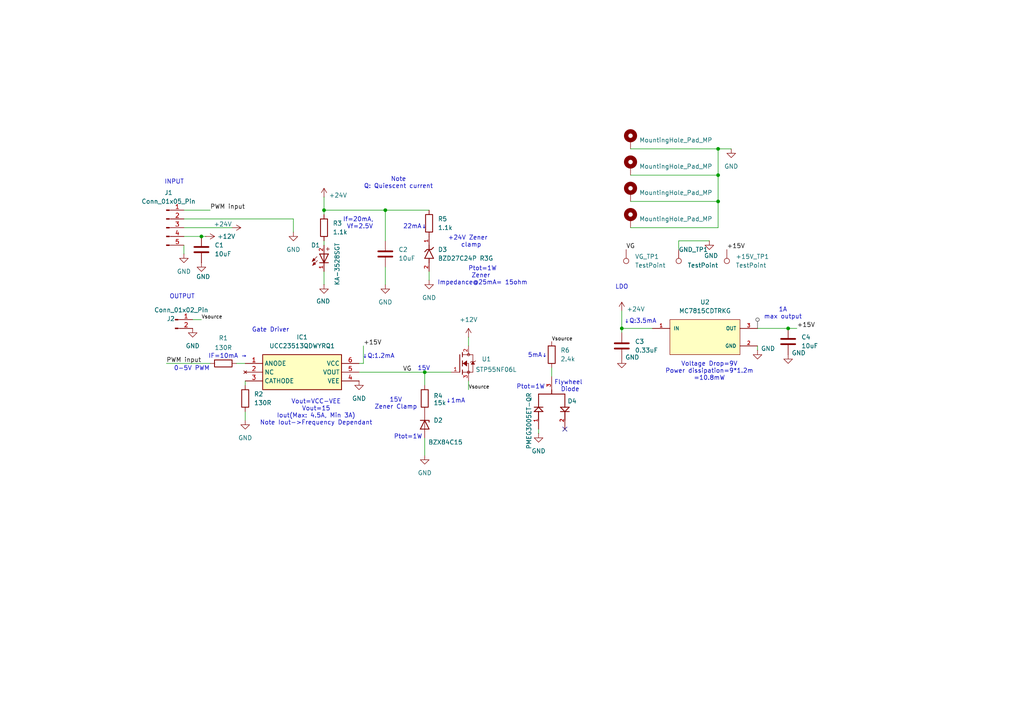
<source format=kicad_sch>
(kicad_sch (version 20231120) (generator "eeschema") (generator_version "8.0")
  (paper "A4")
  (lib_symbols
    (symbol "BAS70-7:BAS70-7" (pin_names (offset 1.016))
      (property "Reference" "D" (at -8.9045 -10.1766 0))
      (property "Value" "BAS70-7" (at -8.9113 -12.7305 0))
      (symbol "BAS70-7_0_0"
        (polyline (pts (xy -5.08 1.27) (xy -3.81 1.27)) (stroke (width 0.254)))
        (polyline (pts (xy -3.81 1.27) (xy -3.81 -1.27)) (stroke (width 0.254)))
        (polyline (pts (xy -3.81 1.27) (xy -2.54 1.27)) (stroke (width 0.254)))
        (polyline (pts (xy -3.81 2.54) (xy -5.08 1.27)) (stroke (width 0.254)))
        (polyline (pts (xy -3.81 2.54) (xy -5.08 2.54)) (stroke (width 0.254)))
        (polyline (pts (xy -3.81 2.54) (xy -3.81 6.35)) (stroke (width 0.254)))
        (polyline (pts (xy -3.81 6.35) (xy 0 6.35)) (stroke (width 0.254)))
        (polyline (pts (xy -2.54 1.27) (xy -3.81 2.54)) (stroke (width 0.254)))
        (polyline (pts (xy -2.54 2.54) (xy -3.81 2.54)) (stroke (width 0.254)))
        (polyline (pts (xy 0 6.35) (xy 0 7.62)) (stroke (width 0.254)))
        (polyline (pts (xy 0 6.35) (xy 3.81 6.35)) (stroke (width 0.254)))
        (polyline (pts (xy 2.54 1.27) (xy 3.81 1.27)) (stroke (width 0.254)))
        (polyline (pts (xy 3.81 1.27) (xy 2.54 2.54)) (stroke (width 0.254)))
        (polyline (pts (xy 3.81 1.27) (xy 3.81 -1.27)) (stroke (width 0.254)))
        (polyline (pts (xy 3.81 1.27) (xy 5.08 1.27)) (stroke (width 0.254)))
        (polyline (pts (xy 3.81 2.54) (xy 2.54 2.54)) (stroke (width 0.254)))
        (polyline (pts (xy 3.81 2.54) (xy 5.08 2.54)) (stroke (width 0.254)))
        (polyline (pts (xy 3.81 6.35) (xy 3.81 2.54)) (stroke (width 0.254)))
        (polyline (pts (xy 5.08 2.54) (xy 3.81 1.27)) (stroke (width 0.254)))
        (pin passive line (at -3.81 -3.81 90) (length 5.08) (name "~") (number "1"))
        (pin passive line (at 3.81 -3.81 90) (length 5.08) (name "~") (number "2"))
        (pin passive line (at 0 11.43 270) (length 5.08) (name "~") (number "3"))
      )
    )
    (symbol "BZD27C10P:BZD27C10P" (pin_names (offset 1.016))
      (property "Reference" "D" (at -5.08 2.54 0))
      (property "Value" "BZD27C10P" (at -5.08 -3.81 0))
      (symbol "BZD27C10P_0_0"
        (polyline (pts (xy -2.54 0) (xy -1.27 0)) (stroke (width 0.254)))
        (polyline (pts (xy -1.27 -1.27) (xy 1.27 0)) (stroke (width 0.254)))
        (polyline (pts (xy -1.27 0) (xy -1.27 -1.27)) (stroke (width 0.254)))
        (polyline (pts (xy -1.27 1.27) (xy -1.27 0)) (stroke (width 0.254)))
        (polyline (pts (xy 0.635 1.27) (xy 1.27 0.635)) (stroke (width 0.254)))
        (polyline (pts (xy 1.27 -0.635) (xy 1.905 -1.27)) (stroke (width 0.254)))
        (polyline (pts (xy 1.27 0) (xy -1.27 1.27)) (stroke (width 0.254)))
        (polyline (pts (xy 1.27 0) (xy 1.27 -0.635)) (stroke (width 0.254)))
        (polyline (pts (xy 1.27 0.635) (xy 1.27 0)) (stroke (width 0.254)))
        (polyline (pts (xy 2.54 0) (xy 1.27 0)) (stroke (width 0.254)))
        (pin passive line (at 5.08 0 180) (length 2.54) (name "~") (number "1"))
        (pin passive line (at -5.08 0 0) (length 2.54) (name "~") (number "2"))
      )
    )
    (symbol "Connector:Conn_01x02_Pin" (pin_names (offset 1.016) hide)
      (property "Reference" "J" (at 0 2.54 0))
      (property "Value" "Conn_01x02_Pin" (at 0 -5.08 0))
      (symbol "Conn_01x02_Pin_1_1"
        (polyline (pts (xy 1.27 -2.54) (xy 0.8636 -2.54)) (stroke (width 0.1524)))
        (polyline (pts (xy 1.27 0) (xy 0.8636 0)) (stroke (width 0.1524)))
        (rectangle (start 0.8636 -2.413) (end 0 -2.667) (stroke (width 0.1524)) (fill (type outline)))
        (rectangle (start 0.8636 0.127) (end 0 -0.127) (stroke (width 0.1524)) (fill (type outline)))
        (pin passive line (at 5.08 0 180) (length 3.81) (name "Pin_1") (number "1"))
        (pin passive line (at 5.08 -2.54 180) (length 3.81) (name "Pin_2") (number "2"))
      )
    )
    (symbol "Connector:Conn_01x05_Pin" (pin_names (offset 1.016) hide)
      (property "Reference" "J" (at 0 7.62 0))
      (property "Value" "Conn_01x05_Pin" (at 0 -7.62 0))
      (symbol "Conn_01x05_Pin_1_1"
        (polyline (pts (xy 1.27 -5.08) (xy 0.8636 -5.08)) (stroke (width 0.1524)))
        (polyline (pts (xy 1.27 -2.54) (xy 0.8636 -2.54)) (stroke (width 0.1524)))
        (polyline (pts (xy 1.27 0) (xy 0.8636 0)) (stroke (width 0.1524)))
        (polyline (pts (xy 1.27 2.54) (xy 0.8636 2.54)) (stroke (width 0.1524)))
        (polyline (pts (xy 1.27 5.08) (xy 0.8636 5.08)) (stroke (width 0.1524)))
        (rectangle (start 0.8636 -4.953) (end 0 -5.207) (stroke (width 0.1524)) (fill (type outline)))
        (rectangle (start 0.8636 -2.413) (end 0 -2.667) (stroke (width 0.1524)) (fill (type outline)))
        (rectangle (start 0.8636 0.127) (end 0 -0.127) (stroke (width 0.1524)) (fill (type outline)))
        (rectangle (start 0.8636 2.667) (end 0 2.413) (stroke (width 0.1524)) (fill (type outline)))
        (rectangle (start 0.8636 5.207) (end 0 4.953) (stroke (width 0.1524)) (fill (type outline)))
        (pin passive line (at 5.08 5.08 180) (length 3.81) (name "Pin_1") (number "1"))
        (pin passive line (at 5.08 2.54 180) (length 3.81) (name "Pin_2") (number "2"))
        (pin passive line (at 5.08 0 180) (length 3.81) (name "Pin_3") (number "3"))
        (pin passive line (at 5.08 -2.54 180) (length 3.81) (name "Pin_4") (number "4"))
        (pin passive line (at 5.08 -5.08 180) (length 3.81) (name "Pin_5") (number "5"))
      )
    )
    (symbol "Connector:TestPoint" (pin_numbers hide) (pin_names (offset 0.762) hide)
      (property "Reference" "TP" (at 0 6.858 0))
      (property "Value" "TestPoint" (at 0 5.08 0))
      (symbol "TestPoint_0_1"
        (circle (center 0 3.302) (radius 0.762))
      )
      (symbol "TestPoint_1_1"
        (pin passive line (at 0 0 90) (length 2.54) (name "1") (number "1"))
      )
    )
    (symbol "Device:C" (pin_numbers hide) (pin_names (offset 0.254))
      (property "Reference" "C" (at 0.635 2.54 0))
      (property "Value" "C" (at 0.635 -2.54 0))
      (symbol "C_0_1"
        (polyline (pts (xy -2.032 -0.762) (xy 2.032 -0.762)) (stroke (width 0.508)))
        (polyline (pts (xy -2.032 0.762) (xy 2.032 0.762)) (stroke (width 0.508)))
      )
      (symbol "C_1_1"
        (pin passive line (at 0 3.81 270) (length 2.794) (name "~") (number "1"))
        (pin passive line (at 0 -3.81 90) (length 2.794) (name "~") (number "2"))
      )
    )
    (symbol "Device:R" (pin_numbers hide) (pin_names (offset 0))
      (property "Reference" "R" (at 2.032 0 90))
      (property "Value" "R" (at 0 0 90))
      (symbol "R_0_1"
        (rectangle (start -1.016 -2.54) (end 1.016 2.54) (stroke (width 0.254)))
      )
      (symbol "R_1_1"
        (pin passive line (at 0 3.81 270) (length 1.27) (name "~") (number "1"))
        (pin passive line (at 0 -3.81 90) (length 1.27) (name "~") (number "2"))
      )
    )
    (symbol "Diode:BZX84Cxx" (pin_numbers hide) (pin_names hide)
      (property "Reference" "D" (at 0 3.81 0))
      (property "Value" "BZX84Cxx" (at 0 -3.81 0))
      (symbol "BZX84Cxx_0_1"
        (polyline (pts (xy 1.27 0) (xy -1.27 0)))
        (polyline (pts (xy -1.27 -1.27) (xy -1.27 1.27) (xy -0.762 1.27)) (stroke (width 0.254)))
        (polyline (pts (xy 1.27 -1.27) (xy 1.27 1.27) (xy -1.27 0) (xy 1.27 -1.27)) (stroke (width 0.254)))
      )
      (symbol "BZX84Cxx_1_1"
        (pin passive line (at 3.81 0 180) (length 2.54) (name "A") (number "1"))
        (pin no_connect line (at 1.27 0 180) (length 2.54) hide (name "NC") (number "2"))
        (pin passive line (at -3.81 0 0) (length 2.54) (name "K") (number "3"))
      )
    )
    (symbol "MC7805BDTRKG:MC7805BDTRKG" (pin_names (offset 1.016))
      (property "Reference" "U" (at -10.16 5.588 0))
      (property "Value" "MC7805BDTRKG" (at -10.16 -7.62 0))
      (symbol "MC7805BDTRKG_0_0"
        (rectangle (start -10.16 -5.08) (end 10.16 5.08) (stroke (width 0.1524)) (fill (type background)))
        (pin input line (at -15.24 2.54 0) (length 5.08) (name "IN") (number "1"))
        (pin power_in line (at 15.24 -2.54 180) (length 5.08) (name "GND") (number "2"))
        (pin output line (at 15.24 2.54 180) (length 5.08) (name "OUT") (number "3"))
      )
    )
    (symbol "Mechanical:MountingHole_Pad_MP" (pin_numbers hide) (pin_names (offset 1.016) hide) (exclude_from_sim yes) (in_bom no)
      (property "Reference" "H" (at 0 6.35 0))
      (property "Value" "MountingHole_Pad_MP" (at 0 4.445 0))
      (symbol "MountingHole_Pad_MP_0_1"
        (circle (center 0 1.27) (radius 1.27) (stroke (width 1.27)))
      )
      (symbol "MountingHole_Pad_MP_1_1"
        (pin input line (at 0 -2.54 90) (length 2.54) (name "MP") (number "MP"))
      )
    )
    (symbol "STP55NF06L:STP55NF06L" (pin_names (offset 1.016))
      (property "Reference" "U" (at -10.16 8.62 0))
      (property "Value" "STP55NF06L" (at -10.16 -11.62 0))
      (symbol "STP55NF06L_0_0"
        (circle (center 0 -2.54) (radius 0.3592))
        (polyline (pts (xy -2.54 2.54) (xy -2.54 -2.54)) (stroke (width 0.254)))
        (polyline (pts (xy -1.778 -2.54) (xy -1.778 -3.175)) (stroke (width 0.254)))
        (polyline (pts (xy -1.778 -1.905) (xy -1.778 -2.54)) (stroke (width 0.254)))
        (polyline (pts (xy -1.778 0) (xy -1.778 -0.762)) (stroke (width 0.254)))
        (polyline (pts (xy -1.778 0) (xy 0 0)) (stroke (width 0.1524)))
        (polyline (pts (xy -1.778 0.762) (xy -1.778 0)) (stroke (width 0.254)))
        (polyline (pts (xy -1.778 2.54) (xy -1.778 1.905)) (stroke (width 0.254)))
        (polyline (pts (xy -1.778 2.54) (xy 1.27 2.54)) (stroke (width 0.1524)))
        (polyline (pts (xy -1.778 3.175) (xy -1.778 2.54)) (stroke (width 0.254)))
        (polyline (pts (xy 0 -2.54) (xy -1.778 -2.54)) (stroke (width 0.1524)))
        (polyline (pts (xy 0 -2.54) (xy 1.27 -2.54)) (stroke (width 0.1524)))
        (polyline (pts (xy 0 0) (xy 0 -2.54)) (stroke (width 0.1524)))
        (polyline (pts (xy 0.762 0.508) (xy 0.508 0.254)) (stroke (width 0.1524)))
        (polyline (pts (xy 1.27 0.508) (xy 0.762 0.508)) (stroke (width 0.1524)))
        (polyline (pts (xy 1.27 0.508) (xy 1.27 -2.54)) (stroke (width 0.1524)))
        (polyline (pts (xy 1.27 2.54) (xy 1.27 0.508)) (stroke (width 0.1524)))
        (polyline (pts (xy 1.778 0.508) (xy 1.27 0.508)) (stroke (width 0.1524)))
        (polyline (pts (xy 2.032 0.762) (xy 1.778 0.508)) (stroke (width 0.1524)))
        (polyline (pts (xy -1.524 0) (xy -0.508 0.762) (xy -0.508 -0.762) (xy -1.524 0)) (stroke (width 0.1524)) (fill (type outline)))
        (polyline (pts (xy 1.27 0.508) (xy 0.762 -0.254) (xy 1.778 -0.254) (xy 1.27 0.508)) (stroke (width 0.1524)) (fill (type outline)))
        (circle (center 0 2.54) (radius 0.3592))
        (pin passive line (at -5.08 -2.54 0) (length 2.54) (name "~") (number "1"))
        (pin passive line (at 0 5.08 270) (length 2.54) (name "~") (number "2"))
        (pin passive line (at 0 -5.08 90) (length 2.54) (name "~") (number "3"))
      )
    )
    (symbol "UCC23513QDWYRQ1:UCC23513QDWYRQ1"
      (property "Reference" "IC" (at 29.21 7.62 0))
      (property "Value" "UCC23513QDWYRQ1" (at 29.21 5.08 0))
      (symbol "UCC23513QDWYRQ1_1_1"
        (rectangle (start 5.08 2.54) (end 27.94 -7.62) (stroke (width 0.254)) (fill (type background)))
        (pin passive line (at 0 0 0) (length 5.08) (name "ANODE") (number "1"))
        (pin no_connect line (at 0 -2.54 0) (length 5.08) (name "NC") (number "2"))
        (pin passive line (at 0 -5.08 0) (length 5.08) (name "CATHODE") (number "3"))
        (pin passive line (at 33.02 -5.08 180) (length 5.08) (name "VEE") (number "4"))
        (pin passive line (at 33.02 -2.54 180) (length 5.08) (name "VOUT") (number "5"))
        (pin passive line (at 33.02 0 180) (length 5.08) (name "VCC") (number "6"))
      )
    )
    (symbol "WL-SMTW_3528:WL-SMTW_3528" (pin_names (offset 1.016))
      (property "Reference" "D" (at 0.752 4.172 0))
      (property "Value" "WL-SMTW_3528" (at 0.872 -3.828 0))
      (symbol "WL-SMTW_3528_0_0"
        (polyline (pts (xy 0 -1.27) (xy 0 0)) (stroke (width 0.254)))
        (polyline (pts (xy 0 0) (xy 0 1.27)) (stroke (width 0.254)))
        (polyline (pts (xy 0 0) (xy 2.54 0)) (stroke (width 0.254)))
        (polyline (pts (xy 0 0) (xy 2.54 1.27)) (stroke (width 0.254)))
        (polyline (pts (xy 0.635 1.905) (xy -0.762 3.302)) (stroke (width 0.1524)))
        (polyline (pts (xy 1.778 2.032) (xy 0.381 3.429)) (stroke (width 0.1524)))
        (polyline (pts (xy 2.54 -1.27) (xy 0 0)) (stroke (width 0.254)))
        (polyline (pts (xy 2.54 -1.27) (xy 2.54 0)) (stroke (width 0.254)))
        (polyline (pts (xy 2.54 0) (xy 2.54 1.27)) (stroke (width 0.254)))
        (polyline (pts (xy -0.762 3.302) (xy 0.127 2.921) (xy -0.381 2.413) (xy -0.762 3.302)) (stroke (width 0.1524)) (fill (type outline)))
        (polyline (pts (xy 0.381 3.429) (xy 1.27 3.048) (xy 0.762 2.54) (xy 0.381 3.429)) (stroke (width 0.1524)) (fill (type outline)))
        (text "+" (at 3.08 -1.74 0) (effects (font (size 1.27 1.27)) (justify left bottom)))
        (pin passive line (at -2.54 0 0) (length 2.54) (name "~") (number "1"))
        (pin passive line (at 5.08 0 180) (length 2.54) (name "~") (number "2"))
      )
    )
    (symbol "power:+24V" (power) (pin_numbers hide) (pin_names (offset 0) hide)
      (property "Value" "+24V" (at 0 3.556 0))
      (symbol "+24V_0_1"
        (polyline (pts (xy -0.762 1.27) (xy 0 2.54)))
        (polyline (pts (xy 0 0) (xy 0 2.54)))
        (polyline (pts (xy 0 2.54) (xy 0.762 1.27)))
      )
      (symbol "+24V_1_1"
        (pin power_in line (at 0 0 90) (length 0) (name "~") (number "1"))
      )
    )
    (symbol "power:GND" (power) (pin_numbers hide) (pin_names (offset 0) hide)
      (property "Value" "GND" (at 0 -3.81 0))
      (symbol "GND_0_1"
        (polyline (pts (xy 0 0) (xy 0 -1.27) (xy 1.27 -1.27) (xy 0 -2.54) (xy -1.27 -1.27) (xy 0 -1.27)))
      )
      (symbol "GND_1_1"
        (pin power_in line (at 0 0 270) (length 0) (name "~") (number "1"))
      )
    )
  )
  (junction (at 228.6 95.25))
  (junction (at 208.28 58.42))
  (junction (at 111.76 60.96))
  (junction (at 208.28 43.18))
  (junction (at 180.34 95.25))
  (junction (at 123.19 107.95))
  (junction (at 208.28 50.8))
  (junction (at 58.42 68.58))
  (junction (at 93.98 60.96))
  (no_connect (at 163.83 124.46))
  (wire (pts (xy 196.85 69.85) (xy 196.85 72.39)))
  (wire (pts (xy 182.88 58.42) (xy 208.28 58.42)))
  (wire (pts (xy 58.42 68.58) (xy 53.34 68.58)))
  (wire (pts (xy 93.98 57.15) (xy 93.98 60.96)))
  (wire (pts (xy 93.98 60.96) (xy 111.76 60.96)))
  (wire (pts (xy 123.19 107.95) (xy 123.19 111.76)))
  (wire (pts (xy 180.34 95.25) (xy 189.23 95.25)))
  (wire (pts (xy 105.41 100.33) (xy 105.41 105.41)))
  (wire (pts (xy 60.96 60.96) (xy 53.34 60.96)))
  (wire (pts (xy 228.6 95.25) (xy 231.14 95.25)))
  (wire (pts (xy 93.98 78.74) (xy 93.98 82.55)))
  (wire (pts (xy 48.26 105.41) (xy 60.96 105.41)))
  (wire (pts (xy 93.98 71.12) (xy 93.98 69.85)))
  (wire (pts (xy 85.09 63.5) (xy 53.34 63.5)))
  (wire (pts (xy 208.28 50.8) (xy 208.28 43.18)))
  (wire (pts (xy 58.42 92.71) (xy 55.88 92.71)))
  (wire (pts (xy 71.12 111.76) (xy 71.12 110.49)))
  (wire (pts (xy 182.88 66.04) (xy 208.28 66.04)))
  (wire (pts (xy 205.74 69.85) (xy 196.85 69.85)))
  (wire (pts (xy 135.89 113.03) (xy 135.89 110.49)))
  (wire (pts (xy 160.02 106.68) (xy 160.02 109.22)))
  (wire (pts (xy 123.19 107.95) (xy 130.81 107.95)))
  (wire (pts (xy 111.76 60.96) (xy 124.46 60.96)))
  (wire (pts (xy 219.71 101.6) (xy 219.71 100.33)))
  (wire (pts (xy 208.28 43.18) (xy 212.09 43.18)))
  (wire (pts (xy 104.14 107.95) (xy 123.19 107.95)))
  (wire (pts (xy 105.41 105.41) (xy 104.14 105.41)))
  (wire (pts (xy 68.58 105.41) (xy 71.12 105.41)))
  (wire (pts (xy 135.89 97.79) (xy 135.89 100.33)))
  (wire (pts (xy 85.09 67.31) (xy 85.09 63.5)))
  (wire (pts (xy 208.28 58.42) (xy 208.28 50.8)))
  (wire (pts (xy 71.12 119.38) (xy 71.12 121.92)))
  (wire (pts (xy 123.19 127) (xy 123.19 132.08)))
  (wire (pts (xy 208.28 66.04) (xy 208.28 58.42)))
  (wire (pts (xy 111.76 60.96) (xy 111.76 69.85)))
  (wire (pts (xy 59.69 68.58) (xy 58.42 68.58)))
  (wire (pts (xy 180.34 96.52) (xy 180.34 95.25)))
  (wire (pts (xy 156.21 125.73) (xy 156.21 124.46)))
  (wire (pts (xy 180.34 90.17) (xy 180.34 95.25)))
  (wire (pts (xy 182.88 43.18) (xy 208.28 43.18)))
  (wire (pts (xy 93.98 62.23) (xy 93.98 60.96)))
  (wire (pts (xy 111.76 77.47) (xy 111.76 82.55)))
  (wire (pts (xy 219.71 95.25) (xy 228.6 95.25)))
  (wire (pts (xy 53.34 73.66) (xy 53.34 71.12)))
  (wire (pts (xy 53.34 66.04) (xy 67.31 66.04)))
  (wire (pts (xy 124.46 78.74) (xy 124.46 81.28)))
  (wire (pts (xy 182.88 50.8) (xy 208.28 50.8)))
  (text "15V\n\n" (at 122.936 107.95 0) (effects (font (size 1.27 1.27))))
  (text "+24V Zener  \nclamp" (at 136.652 70.104 0) (effects (font (size 1.27 1.27))))
  (text "Ptot=1W" (at 153.924 112.268 0) (effects (font (size 1.27 1.27))))
  (text "↓1mA" (at 132.08 116.332 0) (effects (font (size 1.27 1.27))))
  (text "Ptot=1W\nZener \nImpedance@25mA= 15ohm" (at 139.954 80.01 0) (effects (font (size 1.27 1.27))))
  (text "↓Q:3.5mA" (at 185.674 93.218 0) (effects (font (size 1.27 1.27))))
  (text "IF=10mA →" (at 66.04 103.378 0) (effects (font (size 1.27 1.27))))
  (text "Vout=VCC-VEE\nVout=15\nIout(Max: 4.5A, Min 3A)\nNote Iout->Frequency Dependant" (at 91.694 119.634 0) (effects (font (size 1.27 1.27))))
  (text "Gate Driver" (at 78.486 95.758 0) (effects (font (size 1.27 1.27))))
  (text "OUTPUT" (at 52.832 86.106 0) (effects (font (size 1.27 1.27))))
  (text "Voltage Drop=9V\nPower dissipation=9*1.2m\n=10.8mW" (at 205.74 107.696 0) (effects (font (size 1.27 1.27))))
  (text "0-5V PWM" (at 55.626 106.934 0) (effects (font (size 1.27 1.27))))
  (text "1A\nmax output" (at 227.076 90.932 0) (effects (font (size 1.27 1.27))))
  (text "LDO" (at 180.34 83.312 0) (effects (font (size 1.27 1.27))))
  (text "If=20mA, \nVf=2.5V" (at 104.394 64.77 0) (effects (font (size 1.27 1.27))))
  (text "Note\nQ: Quiescent current" (at 115.57 53.086 0) (effects (font (size 1.27 1.27))))
  (text "15V\nZener Clamp\n" (at 114.808 117.094 0) (effects (font (size 1.27 1.27))))
  (text "↓Q:1.2mA" (at 109.728 103.378 0) (effects (font (size 1.27 1.27))))
  (text "INPUT" (at 50.546 52.832 0) (effects (font (size 1.27 1.27))))
  (text "22mA↓" (at 120.396 65.786 0) (effects (font (size 1.27 1.27))))
  (text "Ptot=1W" (at 118.364 126.746 0) (effects (font (size 1.27 1.27))))
  (text "Flywheel \nDiode" (at 165.354 112.014 0) (effects (font (size 1.27 1.27))))
  (text "5mA↓" (at 155.956 103.124 0) (effects (font (size 1.27 1.27))))
  (label "VG" (at 116.84 107.95 0))
  (label "PWM input" (at 48.26 105.41 0))
  (label "Vsource" (at 135.89 113.03 0) (effects (font (size 1.016 1.016))))
  (label "+15V" (at 210.82 72.39 0))
  (label "PWM input" (at 60.96 60.96 0))
  (label "+15V" (at 231.14 95.25 0))
  (label "Vsource" (at 160.02 99.06 0) (effects (font (size 1.016 1.016))))
  (label "VG" (at 181.61 72.39 0))
  (label "+15V" (at 105.41 100.33 0))
  (label "Vsource" (at 58.42 92.71 0) (effects (font (size 1.016 1.016))))
  (netclass_flag "" (length 2.54) (shape round) (at 219.71 95.25 0) (property "Netclass" "Power" (effects (hide yes))))
  (symbol (lib_id "Device:C") (at 111.76 73.66 0) (unit 1)
    (property "Reference" "C2" (at 115.57 72.3899 0) (effects (justify left)))
    (property "Value" "10uF" (at 115.57 74.9299 0) (effects (justify left)))
    (property "Footprint" "Capacitor_SMD:C_1206_3216Metric" (effects (hide yes)))
    (property "Description" "Unpolarized capacitor" (effects (hide yes)))
    (property "Tolerance" "±10%" (effects (hide yes)))
    (property "Voltage" "50V dc" (effects (hide yes)))
  )
  (symbol (lib_id "Device:R") (at 160.02 102.87 0) (unit 1)
    (property "Reference" "R6" (at 162.56 101.5999 0) (effects (justify left)))
    (property "Value" "2.4k" (at 162.56 104.1399 0) (effects (justify left)))
    (property "Footprint" "Resistor_SMD:R_1206_3216Metric" (effects (hide yes)))
    (property "Description" "Resistor" (effects (hide yes)))
  )
  (symbol (lib_id "BZD27C10P:BZD27C10P") (at 124.46 73.66 90) (unit 1)
    (property "Reference" "D3" (at 127 72.3899 90) (effects (justify right)))
    (property "Value" "BZD27C24P R3G" (at 127 74.9299 90) (effects (justify right)))
    (property "Footprint" "BZD27C10P:SODFL3618X143N" (effects (hide yes)))
    (property "Datasheet" "https://www.farnell.com/datasheets/2357974.pdf" (effects (hide yes)))
    (property "Description" "Zener Single Diode, 24 V, 800 mW, SMD, 2 Pins, 175 °C, Surface Mount" (effects (hide yes)))
    (property "Package" "SUB SMA-2 Taiwan Semiconductor" (effects (hide yes)))
  )
  (symbol (lib_id "STP55NF06L:STP55NF06L") (at 135.89 105.41 0) (unit 1)
    (property "Reference" "U1" (at 139.7 104.1399 0) (effects (justify left)))
    (property "Value" "STP55NF06L" (at 137.922 107.188 0) (effects (justify left)))
    (property "Footprint" "STP55NF06L:TO254P1040X460X1935-3" (effects (hide yes)))
    (property "Datasheet" "https://www.st.com/resource/en/datasheet/stp55nf06l.pdf" (effects (hide yes)))
    (property "MF" "STMicroelectronics" (effects (hide yes)))
    (property "DESCRIPTION" "N-channel 60 V, 0.014 Ohm typ., 35 A StripFET II Power MOSFET in a TO-220 package" (effects (hide yes)))
    (property "PACKAGE" "TO-220 STMicroelectronics" (effects (hide yes)))
    (property "PRICE" "None" (effects (hide yes)))
    (property "Package" "TO-220-3 STMicroelectronics" (effects (hide yes)))
    (property "Check_prices" "https://www.snapeda.com/parts/STP55NF06L/STMicroelectronics/view-part/?ref=eda" (effects (hide yes)))
    (property "STANDARD" "IPC7351B" (effects (hide yes)))
    (property "SnapEDA_Link" "https://www.snapeda.com/parts/STP55NF06L/STMicroelectronics/view-part/?ref=snap" (effects (hide yes)))
    (property "MP" "STP55NF06L" (effects (hide yes)))
    (property "Purchase-URL" "https://www.snapeda.com/api/url_track_click_mouser/?unipart_id=552863&manufacturer=STMicroelectronics&part_name=STP55NF06L&search_term=None" (effects (hide yes)))
    (property "Description_1" "\n                        \n                            N-Channel 60V 55A (Tc) 95W (Tc) Through Hole TO-220AB\n                        \n" (effects (hide yes)))
    (property "Availability" "In Stock" (effects (hide yes)))
    (property "Price" "None" (effects (hide yes)))
    (property "MANUFACTURER" "STMicroelectronics" (effects (hide yes)))
  )
  (symbol (lib_id "power:+24V") (at 67.31 66.04 270) (unit 1)
    (property "Reference" "#PWR05" (effects (hide yes)))
    (property "Value" "+24V" (at 61.976 65.024 90) (effects (justify left)))
    (property "Description" "Power symbol creates a global label with name \"+24V\"" (effects (hide yes)))
  )
  (symbol (lib_id "Device:C") (at 228.6 99.06 0) (unit 1)
    (property "Reference" "C4" (at 232.41 97.7899 0) (effects (justify left)))
    (property "Value" "10uF" (at 232.41 100.3299 0) (effects (justify left)))
    (property "Footprint" "Capacitor_SMD:C_1206_3216Metric" (effects (hide yes)))
    (property "Description" "Unpolarized capacitor" (effects (hide yes)))
    (property "Tolerance" "±10%" (effects (hide yes)))
    (property "Voltage" "50V dc" (effects (hide yes)))
  )
  (symbol (lib_id "Device:R") (at 124.46 64.77 0) (unit 1)
    (property "Reference" "R5" (at 127 63.4999 0) (effects (justify left)))
    (property "Value" "1.1k" (at 127 66.0399 0) (effects (justify left)))
    (property "Footprint" "Resistor_SMD:R_1206_3216Metric" (effects (hide yes)))
    (property "Description" "Resistor" (effects (hide yes)))
  )
  (symbol (lib_id "power:GND") (at 205.74 69.85 0) (unit 1)
    (property "Reference" "#PWR018" (effects (hide yes)))
    (property "Value" "GND" (at 206.248 74.168 0))
    (property "Description" "Power symbol creates a global label with name \"GND\" , ground" (effects (hide yes)))
  )
  (symbol (lib_id "Device:C") (at 180.34 100.33 0) (unit 1)
    (property "Reference" "C3" (at 184.15 99.0599 0) (effects (justify left)))
    (property "Value" "0.33uF" (at 184.15 101.5999 0) (effects (justify left)))
    (property "Footprint" "Capacitor_SMD:C_1206_3216Metric" (effects (hide yes)))
    (property "Description" "Unpolarized capacitor" (effects (hide yes)))
    (property "Tolerance" "±10%" (effects (hide yes)))
    (property "Voltage" "50V dc" (effects (hide yes)))
  )
  (symbol (lib_id "power:GND") (at 123.19 132.08 0) (unit 1)
    (property "Reference" "#PWR012" (effects (hide yes)))
    (property "Value" "GND" (at 123.19 137.16 0))
    (property "Description" "Power symbol creates a global label with name \"GND\" , ground" (effects (hide yes)))
  )
  (symbol (lib_id "power:GND") (at 85.09 67.31 0) (unit 1)
    (property "Reference" "#PWR07" (effects (hide yes)))
    (property "Value" "GND" (at 85.09 72.39 0))
    (property "Description" "Power symbol creates a global label with name \"GND\" , ground" (effects (hide yes)))
  )
  (symbol (lib_id "Connector:TestPoint") (at 181.61 72.39 180) (unit 1) (exclude_from_sim yes) (in_bom no)
    (property "Reference" "VG_TP1" (at 184.15 74.4219 0) (effects (justify right)))
    (property "Value" "TestPoint" (at 184.15 76.9619 0) (effects (justify right)))
    (property "Footprint" "Connector_Pin:Pin_D0.9mm_L10.0mm_W2.4mm_FlatFork" (effects (hide yes)))
    (property "Description" "test point" (effects (hide yes)))
  )
  (symbol (lib_id "Connector:Conn_01x02_Pin") (at 50.8 92.71 0) (unit 1) (exclude_from_sim yes) (in_bom no)
    (property "Reference" "J2" (at 49.53 92.456 0))
    (property "Value" "Conn_01x02_Pin" (at 52.578 89.916 0))
    (property "Footprint" "Connector_PinSocket_2.54mm:PinSocket_1x02_P2.54mm_Vertical" (effects (hide yes)))
    (property "Description" "Generic connector, single row, 01x02, script generated" (effects (hide yes)))
  )
  (symbol (lib_id "Mechanical:MountingHole_Pad_MP") (at 182.88 55.88 0) (unit 1) (exclude_from_sim yes) (in_bom no)
    (property "Reference" "H3" (effects (hide yes)))
    (property "Value" "MountingHole_Pad_MP" (at 185.42 55.8799 0) (effects (justify left)))
    (property "Footprint" "MountingHole:MountingHole_2.2mm_M2_DIN965_Pad" (effects (hide yes)))
    (property "Description" "Mounting Hole with connection as pad named MP" (effects (hide yes)))
  )
  (symbol (lib_id "Device:R") (at 93.98 66.04 0) (unit 1)
    (property "Reference" "R3" (at 96.52 64.7699 0) (effects (justify left)))
    (property "Value" "1.1k" (at 96.52 67.3099 0) (effects (justify left)))
    (property "Footprint" "Resistor_SMD:R_1206_3216Metric" (effects (hide yes)))
    (property "Description" "Resistor" (effects (hide yes)))
  )
  (symbol (lib_id "power:GND") (at 156.21 125.73 0) (unit 1)
    (property "Reference" "#PWR015" (effects (hide yes)))
    (property "Value" "GND" (at 156.21 130.81 0))
    (property "Description" "Power symbol creates a global label with name \"GND\" , ground" (effects (hide yes)))
  )
  (symbol (lib_id "power:GND") (at 111.76 82.55 0) (unit 1)
    (property "Reference" "#PWR011" (effects (hide yes)))
    (property "Value" "GND" (at 111.76 87.63 0))
    (property "Description" "Power symbol creates a global label with name \"GND\" , ground" (effects (hide yes)))
  )
  (symbol (lib_id "power:GND") (at 219.71 101.6 0) (unit 1)
    (property "Reference" "#PWR020" (effects (hide yes)))
    (property "Value" "GND" (at 222.758 101.092 0))
    (property "Description" "Power symbol creates a global label with name \"GND\" , ground" (effects (hide yes)))
  )
  (symbol (lib_id "power:GND") (at 58.42 76.2 0) (unit 1)
    (property "Reference" "#PWR03" (effects (hide yes)))
    (property "Value" "GND" (at 58.928 80.264 0))
    (property "Description" "Power symbol creates a global label with name \"GND\" , ground" (effects (hide yes)))
  )
  (symbol (lib_id "power:GND") (at 180.34 104.14 0) (unit 1)
    (property "Reference" "#PWR017" (effects (hide yes)))
    (property "Value" "GND" (at 183.388 103.632 0))
    (property "Description" "Power symbol creates a global label with name \"GND\" , ground" (effects (hide yes)))
  )
  (symbol (lib_id "power:GND") (at 53.34 73.66 0) (unit 1)
    (property "Reference" "#PWR01" (effects (hide yes)))
    (property "Value" "GND" (at 53.34 78.74 0))
    (property "Description" "Power symbol creates a global label with name \"GND\" , ground" (effects (hide yes)))
  )
  (symbol (lib_id "power:+24V") (at 135.89 97.79 0) (unit 1)
    (property "Reference" "#PWR014" (effects (hide yes)))
    (property "Value" "+12V" (at 135.89 92.71 0))
    (property "Description" "Power symbol creates a global label with name \"+24V\"" (effects (hide yes)))
  )
  (symbol (lib_id "Connector:Conn_01x05_Pin") (at 48.26 66.04 0) (unit 1)
    (property "Reference" "J1" (at 48.895 55.88 0))
    (property "Value" "Conn_01x05_Pin" (at 48.895 58.42 0))
    (property "Footprint" "Connector_PinSocket_2.54mm:PinSocket_1x05_P2.54mm_Vertical" (effects (hide yes)))
    (property "Description" "Generic connector, single row, 01x05, script generated" (effects (hide yes)))
  )
  (symbol (lib_id "Mechanical:MountingHole_Pad_MP") (at 182.88 63.5 0) (unit 1) (exclude_from_sim yes) (in_bom no)
    (property "Reference" "H4" (effects (hide yes)))
    (property "Value" "MountingHole_Pad_MP" (at 185.42 63.4999 0) (effects (justify left)))
    (property "Footprint" "MountingHole:MountingHole_2.2mm_M2_DIN965_Pad" (effects (hide yes)))
    (property "Description" "Mounting Hole with connection as pad named MP" (effects (hide yes)))
  )
  (symbol (lib_id "Device:R") (at 123.19 115.57 0) (unit 1)
    (property "Reference" "R4" (at 125.73 114.808 0) (effects (justify left)))
    (property "Value" "15k" (at 125.73 116.8399 0) (effects (justify left)))
    (property "Footprint" "Resistor_SMD:R_1206_3216Metric" (effects (hide yes)))
    (property "Description" "Resistor" (effects (hide yes)))
  )
  (symbol (lib_id "Connector:TestPoint") (at 196.85 72.39 180) (unit 1) (exclude_from_sim yes) (in_bom no)
    (property "Reference" "GND_TP1" (at 196.85 72.39 0) (effects (justify right)))
    (property "Value" "TestPoint" (at 199.39 76.9619 0) (effects (justify right)))
    (property "Footprint" "Connector_Pin:Pin_D0.9mm_L10.0mm_W2.4mm_FlatFork" (effects (hide yes)))
    (property "Description" "test point" (effects (hide yes)))
  )
  (symbol (lib_id "power:GND") (at 228.6 102.87 0) (unit 1)
    (property "Reference" "#PWR021" (effects (hide yes)))
    (property "Value" "GND" (at 231.648 102.362 0))
    (property "Description" "Power symbol creates a global label with name \"GND\" , ground" (effects (hide yes)))
  )
  (symbol (lib_id "UCC23513QDWYRQ1:UCC23513QDWYRQ1") (at 71.12 105.41 0) (unit 1)
    (property "Reference" "IC1" (at 87.63 97.79 0))
    (property "Value" "UCC23513QDWYRQ1" (at 87.63 100.33 0))
    (property "Footprint" "UCC23513QDWYRQ1:SOIC127P1150X355-6N" (effects (hide yes)))
    (property "Datasheet" "https://www.ti.com/lit/ds/symlink/ucc23513-q1.pdf?ts=1619871207992&ref_url=https%253A%252F%252Feu.mouser.com%252F" (effects (hide yes)))
    (property "Description" "Gate Drivers Automotive 4-A source, 5-A sink, 5.7-kVRMS opto-compatible single-channel isolated gate driver 6-SOIC -40 to 125" (effects (hide yes)))
    (property "Height" "3.55" (effects (hide yes)))
    (property "Manufacturer_Name" "Texas Instruments" (effects (hide yes)))
    (property "Manufacturer_Part_Number" "UCC23513QDWYRQ1" (effects (hide yes)))
    (property "Mouser Part Number" "595-UCC23513QDWYRQ1" (effects (hide yes)))
    (property "Mouser Price/Stock" "https://www.mouser.co.uk/ProductDetail/Texas-Instruments/UCC23513QDWYRQ1?qs=DRkmTr78QAQFOTnNqSLksg%3D%3D" (effects (hide yes)))
    (property "Arrow Part Number" "UCC23513QDWYRQ1" (effects (hide yes)))
    (property "Arrow Price/Stock" "https://www.arrow.com/en/products/ucc23513qdwyrq1/texas-instruments?region=nac" (effects (hide yes)))
  )
  (symbol (lib_id "WL-SMTW_3528:WL-SMTW_3528") (at 93.98 76.2 90) (unit 1)
    (property "Reference" "D1" (at 90.17 71.12 90) (effects (justify right)))
    (property "Value" "KA-3528SGT" (at 97.79 70.358 0) (effects (justify right)))
    (property "Footprint" "WL-SMTW_3528:WL-SMTW_3528" (effects (hide yes)))
    (property "Datasheet" "https://docs.rs-online.com/8ff7/0900766b80026daa.pdf" (effects (hide yes)))
    (property "Description" "Kingbright2.2 V Green LED PLCC 2 SMD, KA-3528SGT" (effects (hide yes)))
    (property "MF" "Kingbright" (effects (hide yes)))
    (property "Package" "PLCC-2 Würth Elektronik" (effects (hide yes)))
  )
  (symbol (lib_id "power:+24V") (at 180.34 90.17 0) (unit 1)
    (property "Reference" "#PWR016" (effects (hide yes)))
    (property "Value" "+24V" (at 184.404 89.662 0))
    (property "Description" "Power symbol creates a global label with name \"+24V\"" (effects (hide yes)))
  )
  (symbol (lib_id "power:GND") (at 55.88 95.25 0) (unit 1)
    (property "Reference" "#PWR02" (effects (hide yes)))
    (property "Value" "GND" (at 55.88 100.33 0))
    (property "Description" "Power symbol creates a global label with name \"GND\" , ground" (effects (hide yes)))
  )
  (symbol (lib_id "Connector:TestPoint") (at 210.82 72.39 180) (unit 1) (exclude_from_sim yes) (in_bom no)
    (property "Reference" "+15V_TP1" (at 213.36 74.4219 0) (effects (justify right)))
    (property "Value" "TestPoint" (at 213.36 76.9619 0) (effects (justify right)))
    (property "Footprint" "Connector_Pin:Pin_D0.9mm_L10.0mm_W2.4mm_FlatFork" (effects (hide yes)))
    (property "Description" "test point" (effects (hide yes)))
  )
  (symbol (lib_id "power:GND") (at 212.09 43.18 0) (unit 1)
    (property "Reference" "#PWR019" (effects (hide yes)))
    (property "Value" "GND" (at 212.09 48.26 0))
    (property "Description" "Power symbol creates a global label with name \"GND\" , ground" (effects (hide yes)))
  )
  (symbol (lib_id "Mechanical:MountingHole_Pad_MP") (at 182.88 48.26 0) (unit 1) (exclude_from_sim yes) (in_bom no)
    (property "Reference" "H2" (effects (hide yes)))
    (property "Value" "MountingHole_Pad_MP" (at 185.42 48.2599 0) (effects (justify left)))
    (property "Footprint" "MountingHole:MountingHole_2.2mm_M2_DIN965_Pad" (effects (hide yes)))
    (property "Description" "Mounting Hole with connection as pad named MP" (effects (hide yes)))
  )
  (symbol (lib_id "Mechanical:MountingHole_Pad_MP") (at 182.88 40.64 0) (unit 1) (exclude_from_sim yes) (in_bom no)
    (property "Reference" "H1" (effects (hide yes)))
    (property "Value" "MountingHole_Pad_MP" (at 185.42 40.6399 0) (effects (justify left)))
    (property "Footprint" "MountingHole:MountingHole_2.2mm_M2_DIN965_Pad" (effects (hide yes)))
    (property "Description" "Mounting Hole with connection as pad named MP" (effects (hide yes)))
  )
  (symbol (lib_id "Device:C") (at 58.42 72.39 0) (unit 1)
    (property "Reference" "C1" (at 62.23 71.1199 0) (effects (justify left)))
    (property "Value" "10uF" (at 62.23 73.6599 0) (effects (justify left)))
    (property "Footprint" "Capacitor_SMD:C_1206_3216Metric" (effects (hide yes)))
    (property "Description" "Unpolarized capacitor" (effects (hide yes)))
    (property "Tolerance" "±10%" (effects (hide yes)))
    (property "Voltage" "50V dc" (effects (hide yes)))
  )
  (symbol (lib_id "Device:R") (at 64.77 105.41 90) (unit 1)
    (property "Reference" "R1" (at 64.77 98.044 90))
    (property "Value" "130R" (at 64.77 100.838 90))
    (property "Footprint" "Resistor_SMD:R_1206_3216Metric" (effects (hide yes)))
    (property "Description" "Resistor" (effects (hide yes)))
    (property "Tolerance" "±1%" (effects (hide yes)))
  )
  (symbol (lib_id "power:GND") (at 93.98 82.55 0) (unit 1)
    (property "Reference" "#PWR09" (effects (hide yes)))
    (property "Value" "GND" (at 93.726 87.376 0))
    (property "Description" "Power symbol creates a global label with name \"GND\" , ground" (effects (hide yes)))
  )
  (symbol (lib_id "Device:R") (at 71.12 115.57 180) (unit 1)
    (property "Reference" "R2" (at 73.66 114.2999 0) (effects (justify right)))
    (property "Value" "130R" (at 73.66 116.8399 0) (effects (justify right)))
    (property "Footprint" "Resistor_SMD:R_1206_3216Metric" (effects (hide yes)))
    (property "Description" "Resistor" (effects (hide yes)))
    (property "Tolerance" "±1%" (effects (hide yes)))
  )
  (symbol (lib_id "BAS70-7:BAS70-7") (at 160.02 120.65 0) (unit 1)
    (property "Reference" "D4" (at 164.592 116.332 0) (effects (justify left)))
    (property "Value" "PMEG3005ET-QR" (at 153.416 130.302 90) (effects (justify left)))
    (property "Footprint" "BAS70-7:SOT23" (effects (hide yes)))
    (property "Datasheet" "https://4donline.ihs.com/images/VipMasterIC/IC/NEXP/NEXP-S-A0006011439/NEXP-S-A0006011439-1.pdf?hkey=6D3A4C79FDBF58556ACFDE234799DDF0" (effects (hide yes)))
    (property "Description" "Small Signal Schottky Diode, Single, 30 V, 0.5 A, 430 mV, 10 A, 150 °C" (effects (hide yes)))
    (property "MFR" "NEXPERIA" (effects (hide yes)))
  )
  (symbol (lib_id "power:+24V") (at 59.69 68.58 270) (unit 1)
    (property "Reference" "#PWR04" (effects (hide yes)))
    (property "Value" "+12V" (at 62.992 68.58 90) (effects (justify left)))
    (property "Description" "Power symbol creates a global label with name \"+24V\"" (effects (hide yes)))
  )
  (symbol (lib_id "Diode:BZX84Cxx") (at 123.19 123.19 270) (unit 1)
    (property "Reference" "D2" (at 125.73 121.9199 90) (effects (justify left)))
    (property "Value" "BZX84C15" (at 124.206 128.27 90) (effects (justify left)))
    (property "Footprint" "Package_TO_SOT_SMD:SOT-23" (effects (hide yes)))
    (property "Datasheet" "https://4donline.ihs.com/images/VipMasterIC/IC/ZETX/ZETXS01975/ZETXS01975-1.pdf?hkey=6D3A4C79FDBF58556ACFDE234799DDF0" (effects (hide yes)))
    (property "Description" "Zener Single Diode, 15 V, 350 mW, SOT-23, 3 Pins, 150 °C, Surface Mount" (effects (hide yes)))
    (property "Manufacturer" "DIODES INC." (effects (hide yes)))
    (property "Package" "SOT-23" (effects (hide yes)))
  )
  (symbol (lib_id "power:GND") (at 71.12 121.92 0) (unit 1)
    (property "Reference" "#PWR06" (effects (hide yes)))
    (property "Value" "GND" (at 71.12 127 0))
    (property "Description" "Power symbol creates a global label with name \"GND\" , ground" (effects (hide yes)))
  )
  (symbol (lib_id "power:GND") (at 124.46 81.28 0) (unit 1)
    (property "Reference" "#PWR013" (effects (hide yes)))
    (property "Value" "GND" (at 124.46 86.36 0))
    (property "Description" "Power symbol creates a global label with name \"GND\" , ground" (effects (hide yes)))
  )
  (symbol (lib_id "MC7805BDTRKG:MC7805BDTRKG") (at 204.47 97.79 0) (unit 1)
    (property "Reference" "U2" (at 204.47 87.63 0))
    (property "Value" "MC7815CDTRKG" (at 204.47 90.17 0))
    (property "Footprint" "MC7805BDTRKG:DPAK229P990X238-4N" (effects (hide yes)))
    (property "MF" "onsemi" (effects (hide yes)))
    (property "Description_1" "\n                        \n                            Linear Voltage Regulator IC Positive Fixed 1 Output 1A DPAK\n                        \n" (effects (hide yes)))
    (property "Package" "DPAK-3 ON Semiconductor" (effects (hide yes)))
    (property "Price" "None" (effects (hide yes)))
    (property "Check_prices" "https://www.snapeda.com/parts/MC7805BDTRKG/Onsemi/view-part/?ref=eda" (effects (hide yes)))
    (property "STANDARD" "IPC-7351B" (effects (hide yes)))
    (property "PARTREV" "27" (effects (hide yes)))
    (property "SnapEDA_Link" "https://www.snapeda.com/parts/MC7805BDTRKG/Onsemi/view-part/?ref=snap" (effects (hide yes)))
    (property "MP" "MC7805BDTRKG" (effects (hide yes)))
    (property "Availability" "In Stock" (effects (hide yes)))
    (property "MANUFACTURER" "ON Semiconductor" (effects (hide yes)))
  )
  (symbol (lib_id "power:+24V") (at 93.98 57.15 0) (unit 1)
    (property "Reference" "#PWR08" (effects (hide yes)))
    (property "Value" "+24V" (at 98.044 56.642 0))
    (property "Description" "Power symbol creates a global label with name \"+24V\"" (effects (hide yes)))
  )
  (symbol (lib_id "power:GND") (at 104.14 110.49 0) (unit 1)
    (property "Reference" "#PWR010" (effects (hide yes)))
    (property "Value" "GND" (at 104.14 115.57 0))
    (property "Description" "Power symbol creates a global label with name \"GND\" , ground" (effects (hide yes)))
  )
)
</source>
